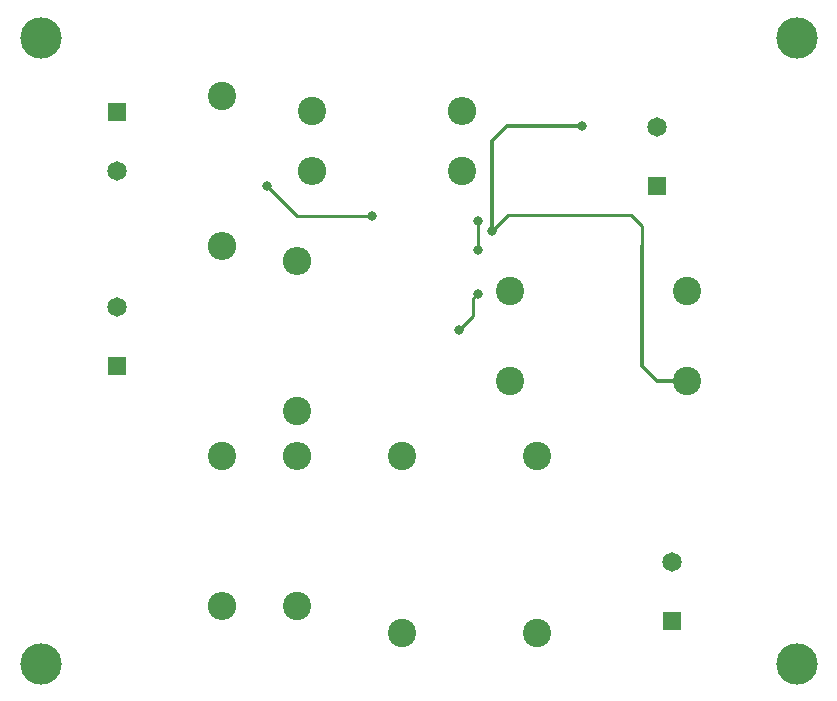
<source format=gbr>
G04 #@! TF.GenerationSoftware,KiCad,Pcbnew,(5.0.1)-4*
G04 #@! TF.CreationDate,2019-03-02T17:06:11-06:00*
G04 #@! TF.ProjectId,monitoring,6D6F6E69746F72696E672E6B69636164,rev?*
G04 #@! TF.SameCoordinates,Original*
G04 #@! TF.FileFunction,Copper,L2,Bot,Signal*
G04 #@! TF.FilePolarity,Positive*
%FSLAX46Y46*%
G04 Gerber Fmt 4.6, Leading zero omitted, Abs format (unit mm)*
G04 Created by KiCad (PCBNEW (5.0.1)-4) date 2019-03-02 5:06:11 PM*
%MOMM*%
%LPD*%
G01*
G04 APERTURE LIST*
G04 #@! TA.AperFunction,ComponentPad*
%ADD10C,2.400000*%
G04 #@! TD*
G04 #@! TA.AperFunction,ComponentPad*
%ADD11C,1.650000*%
G04 #@! TD*
G04 #@! TA.AperFunction,ComponentPad*
%ADD12R,1.650000X1.650000*%
G04 #@! TD*
G04 #@! TA.AperFunction,ComponentPad*
%ADD13O,2.400000X2.400000*%
G04 #@! TD*
G04 #@! TA.AperFunction,ComponentPad*
%ADD14C,3.500000*%
G04 #@! TD*
G04 #@! TA.AperFunction,ViaPad*
%ADD15C,0.800000*%
G04 #@! TD*
G04 #@! TA.AperFunction,Conductor*
%ADD16C,0.300000*%
G04 #@! TD*
G04 #@! TA.AperFunction,Conductor*
%ADD17C,0.250000*%
G04 #@! TD*
G04 #@! TA.AperFunction,Conductor*
%ADD18C,0.220000*%
G04 #@! TD*
G04 APERTURE END LIST*
D10*
G04 #@! TO.P,C02,1*
G04 #@! TO.N,Net-(C01-Pad2)*
X172720000Y-85090000D03*
G04 #@! TO.P,C02,2*
G04 #@! TO.N,Net-(C02-Pad2)*
X157720000Y-85090000D03*
G04 #@! TD*
G04 #@! TO.P,C01,2*
G04 #@! TO.N,Net-(C01-Pad2)*
X157720000Y-77470000D03*
G04 #@! TO.P,C01,1*
G04 #@! TO.N,Net-(C01-Pad1)*
X172720000Y-77470000D03*
G04 #@! TD*
G04 #@! TO.P,C03,1*
G04 #@! TO.N,Net-(C03-Pad1)*
X148590000Y-91440000D03*
G04 #@! TO.P,C03,2*
G04 #@! TO.N,Net-(C01-Pad2)*
X148590000Y-106440000D03*
G04 #@! TD*
G04 #@! TO.P,C04,2*
G04 #@! TO.N,Net-(C04-Pad2)*
X160020000Y-106440000D03*
G04 #@! TO.P,C04,1*
G04 #@! TO.N,Net-(C01-Pad2)*
X160020000Y-91440000D03*
G04 #@! TD*
D11*
G04 #@! TO.P,CT,2*
G04 #@! TO.N,Net-(C01-Pad1)*
X124460000Y-67270000D03*
D12*
G04 #@! TO.P,CT,1*
G04 #@! TO.N,Net-(J1-Pad1)*
X124460000Y-62270000D03*
G04 #@! TD*
G04 #@! TO.P,PT,1*
G04 #@! TO.N,Net-(J2-Pad1)*
X124460000Y-83780000D03*
D11*
G04 #@! TO.P,PT,2*
G04 #@! TO.N,Net-(C01-Pad2)*
X124460000Y-78780000D03*
G04 #@! TD*
D12*
G04 #@! TO.P,J3,1*
G04 #@! TO.N,Net-(J3-Pad1)*
X170180000Y-68540000D03*
D11*
G04 #@! TO.P,J3,2*
G04 #@! TO.N,Net-(C01-Pad2)*
X170180000Y-63540000D03*
G04 #@! TD*
G04 #@! TO.P,J4,2*
G04 #@! TO.N,Net-(C02-Pad2)*
X171450000Y-100370000D03*
D12*
G04 #@! TO.P,J4,1*
G04 #@! TO.N,Net-(C04-Pad2)*
X171450000Y-105370000D03*
G04 #@! TD*
D13*
G04 #@! TO.P,R01,2*
G04 #@! TO.N,Net-(C01-Pad1)*
X140970000Y-67310000D03*
D10*
G04 #@! TO.P,R01,1*
G04 #@! TO.N,Net-(J3-Pad1)*
X153670000Y-67310000D03*
G04 #@! TD*
G04 #@! TO.P,R02,1*
G04 #@! TO.N,Net-(C01-Pad1)*
X140970000Y-62230000D03*
D13*
G04 #@! TO.P,R02,2*
G04 #@! TO.N,Net-(C01-Pad2)*
X153670000Y-62230000D03*
G04 #@! TD*
D10*
G04 #@! TO.P,R03,1*
G04 #@! TO.N,Net-(J1-Pad1)*
X133350000Y-60960000D03*
D13*
G04 #@! TO.P,R03,2*
G04 #@! TO.N,Net-(C01-Pad1)*
X133350000Y-73660000D03*
G04 #@! TD*
G04 #@! TO.P,R04,2*
G04 #@! TO.N,Net-(R04-Pad2)*
X133350000Y-104140000D03*
D10*
G04 #@! TO.P,R04,1*
G04 #@! TO.N,Net-(J2-Pad1)*
X133350000Y-91440000D03*
G04 #@! TD*
G04 #@! TO.P,R05,1*
G04 #@! TO.N,Net-(R04-Pad2)*
X139700000Y-104140000D03*
D13*
G04 #@! TO.P,R05,2*
G04 #@! TO.N,Net-(R05-Pad2)*
X139700000Y-91440000D03*
G04 #@! TD*
G04 #@! TO.P,R06,2*
G04 #@! TO.N,Net-(C01-Pad2)*
X139700000Y-74930000D03*
D10*
G04 #@! TO.P,R06,1*
G04 #@! TO.N,Net-(R05-Pad2)*
X139700000Y-87630000D03*
G04 #@! TD*
D14*
G04 #@! TO.P,REF\002A\002A,1*
G04 #@! TO.N,N/C*
X182000000Y-56000000D03*
G04 #@! TD*
G04 #@! TO.P,REF\002A\002A,1*
G04 #@! TO.N,N/C*
X118000000Y-56000000D03*
G04 #@! TD*
G04 #@! TO.P,REF\002A\002A,1*
G04 #@! TO.N,N/C*
X182000000Y-109000000D03*
G04 #@! TD*
G04 #@! TO.P,REF\002A\002A,1*
G04 #@! TO.N,N/C*
X118000000Y-109000000D03*
G04 #@! TD*
D15*
G04 #@! TO.N,Net-(C01-Pad2)*
X156210000Y-72390000D03*
X163830000Y-63500000D03*
G04 #@! TO.N,Net-(J1-Pad1)*
X146050000Y-71120000D03*
X137160000Y-68580000D03*
G04 #@! TO.N,Net-(J3-Pad1)*
X155000000Y-74000000D03*
X155000000Y-71500000D03*
X155000000Y-71500000D03*
X155000000Y-71500000D03*
X155000000Y-77664000D03*
X153416000Y-80772000D03*
G04 #@! TD*
D16*
G04 #@! TO.N,Net-(C01-Pad2)*
X156210000Y-64770000D02*
X157480000Y-63500000D01*
X157480000Y-63500000D02*
X163830000Y-63500000D01*
X156210000Y-72390000D02*
X156210000Y-71120000D01*
X170180000Y-85090000D02*
X168910000Y-83820000D01*
X172720000Y-85090000D02*
X170180000Y-85090000D01*
X168910000Y-83820000D02*
X168910000Y-73660000D01*
X156210000Y-70000000D02*
X156210000Y-64770000D01*
X156210000Y-71120000D02*
X156210000Y-70000000D01*
D17*
X168910000Y-73660000D02*
X168910000Y-71910000D01*
X168910000Y-71910000D02*
X168000000Y-71000000D01*
X157600000Y-71000000D02*
X156210000Y-72390000D01*
X168000000Y-71000000D02*
X157600000Y-71000000D01*
D18*
G04 #@! TO.N,Net-(J1-Pad1)*
X146050000Y-71120000D02*
X139700000Y-71120000D01*
D17*
X139700000Y-71120000D02*
X137160000Y-68580000D01*
G04 #@! TO.N,Net-(J3-Pad1)*
X155000000Y-71500000D02*
X155000000Y-71500000D01*
X155000000Y-71500000D02*
X155000000Y-74000000D01*
X155000000Y-71500000D02*
X155000000Y-71500000D01*
X155000000Y-71500000D02*
X155000000Y-71500000D01*
X154600001Y-78063999D02*
X154600001Y-79587999D01*
X155000000Y-77664000D02*
X154600001Y-78063999D01*
X154600001Y-79587999D02*
X153416000Y-80772000D01*
X153416000Y-80772000D02*
X153416000Y-80772000D01*
G04 #@! TD*
M02*

</source>
